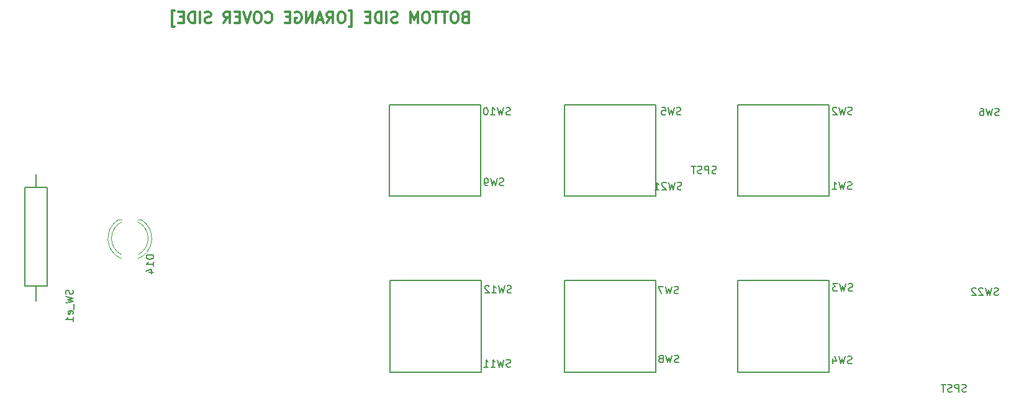
<source format=gbr>
%TF.GenerationSoftware,KiCad,Pcbnew,(5.1.10)-1*%
%TF.CreationDate,2022-09-03T16:46:32+05:30*%
%TF.ProjectId,ENC-nrf-301-02-REV05,454e432d-6e72-4662-9d33-30312d30322d,rev?*%
%TF.SameCoordinates,Original*%
%TF.FileFunction,Legend,Bot*%
%TF.FilePolarity,Positive*%
%FSLAX46Y46*%
G04 Gerber Fmt 4.6, Leading zero omitted, Abs format (unit mm)*
G04 Created by KiCad (PCBNEW (5.1.10)-1) date 2022-09-03 16:46:32*
%MOMM*%
%LPD*%
G01*
G04 APERTURE LIST*
%ADD10C,0.300000*%
%ADD11C,0.150000*%
%ADD12C,0.120000*%
G04 APERTURE END LIST*
D10*
X154500000Y-69892857D02*
X154285714Y-69964285D01*
X154214285Y-70035714D01*
X154142857Y-70178571D01*
X154142857Y-70392857D01*
X154214285Y-70535714D01*
X154285714Y-70607142D01*
X154428571Y-70678571D01*
X155000000Y-70678571D01*
X155000000Y-69178571D01*
X154500000Y-69178571D01*
X154357142Y-69250000D01*
X154285714Y-69321428D01*
X154214285Y-69464285D01*
X154214285Y-69607142D01*
X154285714Y-69750000D01*
X154357142Y-69821428D01*
X154500000Y-69892857D01*
X155000000Y-69892857D01*
X153214285Y-69178571D02*
X152928571Y-69178571D01*
X152785714Y-69250000D01*
X152642857Y-69392857D01*
X152571428Y-69678571D01*
X152571428Y-70178571D01*
X152642857Y-70464285D01*
X152785714Y-70607142D01*
X152928571Y-70678571D01*
X153214285Y-70678571D01*
X153357142Y-70607142D01*
X153500000Y-70464285D01*
X153571428Y-70178571D01*
X153571428Y-69678571D01*
X153500000Y-69392857D01*
X153357142Y-69250000D01*
X153214285Y-69178571D01*
X152142857Y-69178571D02*
X151285714Y-69178571D01*
X151714285Y-70678571D02*
X151714285Y-69178571D01*
X151000000Y-69178571D02*
X150142857Y-69178571D01*
X150571428Y-70678571D02*
X150571428Y-69178571D01*
X149357142Y-69178571D02*
X149071428Y-69178571D01*
X148928571Y-69250000D01*
X148785714Y-69392857D01*
X148714285Y-69678571D01*
X148714285Y-70178571D01*
X148785714Y-70464285D01*
X148928571Y-70607142D01*
X149071428Y-70678571D01*
X149357142Y-70678571D01*
X149500000Y-70607142D01*
X149642857Y-70464285D01*
X149714285Y-70178571D01*
X149714285Y-69678571D01*
X149642857Y-69392857D01*
X149500000Y-69250000D01*
X149357142Y-69178571D01*
X148071428Y-70678571D02*
X148071428Y-69178571D01*
X147571428Y-70250000D01*
X147071428Y-69178571D01*
X147071428Y-70678571D01*
X145285714Y-70607142D02*
X145071428Y-70678571D01*
X144714285Y-70678571D01*
X144571428Y-70607142D01*
X144500000Y-70535714D01*
X144428571Y-70392857D01*
X144428571Y-70250000D01*
X144500000Y-70107142D01*
X144571428Y-70035714D01*
X144714285Y-69964285D01*
X145000000Y-69892857D01*
X145142857Y-69821428D01*
X145214285Y-69750000D01*
X145285714Y-69607142D01*
X145285714Y-69464285D01*
X145214285Y-69321428D01*
X145142857Y-69250000D01*
X145000000Y-69178571D01*
X144642857Y-69178571D01*
X144428571Y-69250000D01*
X143785714Y-70678571D02*
X143785714Y-69178571D01*
X143071428Y-70678571D02*
X143071428Y-69178571D01*
X142714285Y-69178571D01*
X142500000Y-69250000D01*
X142357142Y-69392857D01*
X142285714Y-69535714D01*
X142214285Y-69821428D01*
X142214285Y-70035714D01*
X142285714Y-70321428D01*
X142357142Y-70464285D01*
X142500000Y-70607142D01*
X142714285Y-70678571D01*
X143071428Y-70678571D01*
X141571428Y-69892857D02*
X141071428Y-69892857D01*
X140857142Y-70678571D02*
X141571428Y-70678571D01*
X141571428Y-69178571D01*
X140857142Y-69178571D01*
X138642857Y-71178571D02*
X139000000Y-71178571D01*
X139000000Y-69035714D01*
X138642857Y-69035714D01*
X137785714Y-69178571D02*
X137500000Y-69178571D01*
X137357142Y-69250000D01*
X137214285Y-69392857D01*
X137142857Y-69678571D01*
X137142857Y-70178571D01*
X137214285Y-70464285D01*
X137357142Y-70607142D01*
X137500000Y-70678571D01*
X137785714Y-70678571D01*
X137928571Y-70607142D01*
X138071428Y-70464285D01*
X138142857Y-70178571D01*
X138142857Y-69678571D01*
X138071428Y-69392857D01*
X137928571Y-69250000D01*
X137785714Y-69178571D01*
X135642857Y-70678571D02*
X136142857Y-69964285D01*
X136500000Y-70678571D02*
X136500000Y-69178571D01*
X135928571Y-69178571D01*
X135785714Y-69250000D01*
X135714285Y-69321428D01*
X135642857Y-69464285D01*
X135642857Y-69678571D01*
X135714285Y-69821428D01*
X135785714Y-69892857D01*
X135928571Y-69964285D01*
X136500000Y-69964285D01*
X135071428Y-70250000D02*
X134357142Y-70250000D01*
X135214285Y-70678571D02*
X134714285Y-69178571D01*
X134214285Y-70678571D01*
X133714285Y-70678571D02*
X133714285Y-69178571D01*
X132857142Y-70678571D01*
X132857142Y-69178571D01*
X131357142Y-69250000D02*
X131500000Y-69178571D01*
X131714285Y-69178571D01*
X131928571Y-69250000D01*
X132071428Y-69392857D01*
X132142857Y-69535714D01*
X132214285Y-69821428D01*
X132214285Y-70035714D01*
X132142857Y-70321428D01*
X132071428Y-70464285D01*
X131928571Y-70607142D01*
X131714285Y-70678571D01*
X131571428Y-70678571D01*
X131357142Y-70607142D01*
X131285714Y-70535714D01*
X131285714Y-70035714D01*
X131571428Y-70035714D01*
X130642857Y-69892857D02*
X130142857Y-69892857D01*
X129928571Y-70678571D02*
X130642857Y-70678571D01*
X130642857Y-69178571D01*
X129928571Y-69178571D01*
X127285714Y-70535714D02*
X127357142Y-70607142D01*
X127571428Y-70678571D01*
X127714285Y-70678571D01*
X127928571Y-70607142D01*
X128071428Y-70464285D01*
X128142857Y-70321428D01*
X128214285Y-70035714D01*
X128214285Y-69821428D01*
X128142857Y-69535714D01*
X128071428Y-69392857D01*
X127928571Y-69250000D01*
X127714285Y-69178571D01*
X127571428Y-69178571D01*
X127357142Y-69250000D01*
X127285714Y-69321428D01*
X126357142Y-69178571D02*
X126071428Y-69178571D01*
X125928571Y-69250000D01*
X125785714Y-69392857D01*
X125714285Y-69678571D01*
X125714285Y-70178571D01*
X125785714Y-70464285D01*
X125928571Y-70607142D01*
X126071428Y-70678571D01*
X126357142Y-70678571D01*
X126500000Y-70607142D01*
X126642857Y-70464285D01*
X126714285Y-70178571D01*
X126714285Y-69678571D01*
X126642857Y-69392857D01*
X126500000Y-69250000D01*
X126357142Y-69178571D01*
X125285714Y-69178571D02*
X124785714Y-70678571D01*
X124285714Y-69178571D01*
X123785714Y-69892857D02*
X123285714Y-69892857D01*
X123071428Y-70678571D02*
X123785714Y-70678571D01*
X123785714Y-69178571D01*
X123071428Y-69178571D01*
X121571428Y-70678571D02*
X122071428Y-69964285D01*
X122428571Y-70678571D02*
X122428571Y-69178571D01*
X121857142Y-69178571D01*
X121714285Y-69250000D01*
X121642857Y-69321428D01*
X121571428Y-69464285D01*
X121571428Y-69678571D01*
X121642857Y-69821428D01*
X121714285Y-69892857D01*
X121857142Y-69964285D01*
X122428571Y-69964285D01*
X119857142Y-70607142D02*
X119642857Y-70678571D01*
X119285714Y-70678571D01*
X119142857Y-70607142D01*
X119071428Y-70535714D01*
X119000000Y-70392857D01*
X119000000Y-70250000D01*
X119071428Y-70107142D01*
X119142857Y-70035714D01*
X119285714Y-69964285D01*
X119571428Y-69892857D01*
X119714285Y-69821428D01*
X119785714Y-69750000D01*
X119857142Y-69607142D01*
X119857142Y-69464285D01*
X119785714Y-69321428D01*
X119714285Y-69250000D01*
X119571428Y-69178571D01*
X119214285Y-69178571D01*
X119000000Y-69250000D01*
X118357142Y-70678571D02*
X118357142Y-69178571D01*
X117642857Y-70678571D02*
X117642857Y-69178571D01*
X117285714Y-69178571D01*
X117071428Y-69250000D01*
X116928571Y-69392857D01*
X116857142Y-69535714D01*
X116785714Y-69821428D01*
X116785714Y-70035714D01*
X116857142Y-70321428D01*
X116928571Y-70464285D01*
X117071428Y-70607142D01*
X117285714Y-70678571D01*
X117642857Y-70678571D01*
X116142857Y-69892857D02*
X115642857Y-69892857D01*
X115428571Y-70678571D02*
X116142857Y-70678571D01*
X116142857Y-69178571D01*
X115428571Y-69178571D01*
X114928571Y-71178571D02*
X114571428Y-71178571D01*
X114571428Y-69035714D01*
X114928571Y-69035714D01*
D11*
%TO.C,SW10*%
X150400000Y-81850000D02*
X156650000Y-81850000D01*
X156650000Y-81850000D02*
X156650000Y-94350000D01*
X156650000Y-94350000D02*
X144150000Y-94350000D01*
X144150000Y-94350000D02*
X144150000Y-81850000D01*
X144150000Y-81850000D02*
X150400000Y-81850000D01*
%TO.C,SW11*%
X150500000Y-105850000D02*
X156750000Y-105850000D01*
X156750000Y-105850000D02*
X156750000Y-118350000D01*
X156750000Y-118350000D02*
X144250000Y-118350000D01*
X144250000Y-118350000D02*
X144250000Y-105850000D01*
X144250000Y-105850000D02*
X150500000Y-105850000D01*
%TO.C,SW5*%
X174300000Y-81850000D02*
X180550000Y-81850000D01*
X180550000Y-81850000D02*
X180550000Y-94350000D01*
X180550000Y-94350000D02*
X168050000Y-94350000D01*
X168050000Y-94350000D02*
X168050000Y-81850000D01*
X168050000Y-81850000D02*
X174300000Y-81850000D01*
%TO.C,SW7*%
X174300000Y-105850000D02*
X180550000Y-105850000D01*
X180550000Y-105850000D02*
X180550000Y-118350000D01*
X180550000Y-118350000D02*
X168050000Y-118350000D01*
X168050000Y-118350000D02*
X168050000Y-105850000D01*
X168050000Y-105850000D02*
X174300000Y-105850000D01*
%TO.C,SW2*%
X197900000Y-81850000D02*
X204150000Y-81850000D01*
X204150000Y-81850000D02*
X204150000Y-94350000D01*
X204150000Y-94350000D02*
X191650000Y-94350000D01*
X191650000Y-94350000D02*
X191650000Y-81850000D01*
X191650000Y-81850000D02*
X197900000Y-81850000D01*
%TO.C,SW3*%
X197900000Y-105850000D02*
X204150000Y-105850000D01*
X204150000Y-105850000D02*
X204150000Y-118350000D01*
X204150000Y-118350000D02*
X191650000Y-118350000D01*
X191650000Y-118350000D02*
X191650000Y-105850000D01*
X191650000Y-105850000D02*
X197900000Y-105850000D01*
%TO.C,SW_e1*%
X96000000Y-92600000D02*
X96000000Y-93100000D01*
X97500000Y-106600000D02*
X97500000Y-93100000D01*
X94500000Y-93100000D02*
X94500000Y-106600000D01*
X96000000Y-108600000D02*
X96000000Y-106600000D01*
X96000000Y-92350000D02*
X96000000Y-92600000D01*
X96000000Y-92350000D02*
X96000000Y-91350000D01*
X96000000Y-106600000D02*
X97250000Y-106600000D01*
X97250000Y-106600000D02*
X97500000Y-106600000D01*
X97500000Y-93100000D02*
X94500000Y-93100000D01*
X94500000Y-106600000D02*
X96000000Y-106600000D01*
D12*
%TO.C,D14*%
X107255000Y-97545000D02*
X107720000Y-97545000D01*
X109880000Y-97545000D02*
X110345000Y-97545000D01*
X107719173Y-102892815D02*
G75*
G02*
X107255170Y-97545000I1080827J2787815D01*
G01*
X109880827Y-102892815D02*
G75*
G03*
X110344830Y-97545000I-1080827J2787815D01*
G01*
X107719571Y-102359479D02*
G75*
G02*
X107720000Y-97850316I1080429J2254479D01*
G01*
X109880429Y-102359479D02*
G75*
G03*
X109880000Y-97850316I-1080429J2254479D01*
G01*
%TO.C,SW12*%
D11*
X160809523Y-107504761D02*
X160666666Y-107552380D01*
X160428571Y-107552380D01*
X160333333Y-107504761D01*
X160285714Y-107457142D01*
X160238095Y-107361904D01*
X160238095Y-107266666D01*
X160285714Y-107171428D01*
X160333333Y-107123809D01*
X160428571Y-107076190D01*
X160619047Y-107028571D01*
X160714285Y-106980952D01*
X160761904Y-106933333D01*
X160809523Y-106838095D01*
X160809523Y-106742857D01*
X160761904Y-106647619D01*
X160714285Y-106600000D01*
X160619047Y-106552380D01*
X160380952Y-106552380D01*
X160238095Y-106600000D01*
X159904761Y-106552380D02*
X159666666Y-107552380D01*
X159476190Y-106838095D01*
X159285714Y-107552380D01*
X159047619Y-106552380D01*
X158142857Y-107552380D02*
X158714285Y-107552380D01*
X158428571Y-107552380D02*
X158428571Y-106552380D01*
X158523809Y-106695238D01*
X158619047Y-106790476D01*
X158714285Y-106838095D01*
X157761904Y-106647619D02*
X157714285Y-106600000D01*
X157619047Y-106552380D01*
X157380952Y-106552380D01*
X157285714Y-106600000D01*
X157238095Y-106647619D01*
X157190476Y-106742857D01*
X157190476Y-106838095D01*
X157238095Y-106980952D01*
X157809523Y-107552380D01*
X157190476Y-107552380D01*
%TO.C,SW9*%
X159783333Y-92854761D02*
X159640476Y-92902380D01*
X159402380Y-92902380D01*
X159307142Y-92854761D01*
X159259523Y-92807142D01*
X159211904Y-92711904D01*
X159211904Y-92616666D01*
X159259523Y-92521428D01*
X159307142Y-92473809D01*
X159402380Y-92426190D01*
X159592857Y-92378571D01*
X159688095Y-92330952D01*
X159735714Y-92283333D01*
X159783333Y-92188095D01*
X159783333Y-92092857D01*
X159735714Y-91997619D01*
X159688095Y-91950000D01*
X159592857Y-91902380D01*
X159354761Y-91902380D01*
X159211904Y-91950000D01*
X158878571Y-91902380D02*
X158640476Y-92902380D01*
X158450000Y-92188095D01*
X158259523Y-92902380D01*
X158021428Y-91902380D01*
X157592857Y-92902380D02*
X157402380Y-92902380D01*
X157307142Y-92854761D01*
X157259523Y-92807142D01*
X157164285Y-92664285D01*
X157116666Y-92473809D01*
X157116666Y-92092857D01*
X157164285Y-91997619D01*
X157211904Y-91950000D01*
X157307142Y-91902380D01*
X157497619Y-91902380D01*
X157592857Y-91950000D01*
X157640476Y-91997619D01*
X157688095Y-92092857D01*
X157688095Y-92330952D01*
X157640476Y-92426190D01*
X157592857Y-92473809D01*
X157497619Y-92521428D01*
X157307142Y-92521428D01*
X157211904Y-92473809D01*
X157164285Y-92426190D01*
X157116666Y-92330952D01*
%TO.C,SW8*%
X183633333Y-117004761D02*
X183490476Y-117052380D01*
X183252380Y-117052380D01*
X183157142Y-117004761D01*
X183109523Y-116957142D01*
X183061904Y-116861904D01*
X183061904Y-116766666D01*
X183109523Y-116671428D01*
X183157142Y-116623809D01*
X183252380Y-116576190D01*
X183442857Y-116528571D01*
X183538095Y-116480952D01*
X183585714Y-116433333D01*
X183633333Y-116338095D01*
X183633333Y-116242857D01*
X183585714Y-116147619D01*
X183538095Y-116100000D01*
X183442857Y-116052380D01*
X183204761Y-116052380D01*
X183061904Y-116100000D01*
X182728571Y-116052380D02*
X182490476Y-117052380D01*
X182300000Y-116338095D01*
X182109523Y-117052380D01*
X181871428Y-116052380D01*
X181347619Y-116480952D02*
X181442857Y-116433333D01*
X181490476Y-116385714D01*
X181538095Y-116290476D01*
X181538095Y-116242857D01*
X181490476Y-116147619D01*
X181442857Y-116100000D01*
X181347619Y-116052380D01*
X181157142Y-116052380D01*
X181061904Y-116100000D01*
X181014285Y-116147619D01*
X180966666Y-116242857D01*
X180966666Y-116290476D01*
X181014285Y-116385714D01*
X181061904Y-116433333D01*
X181157142Y-116480952D01*
X181347619Y-116480952D01*
X181442857Y-116528571D01*
X181490476Y-116576190D01*
X181538095Y-116671428D01*
X181538095Y-116861904D01*
X181490476Y-116957142D01*
X181442857Y-117004761D01*
X181347619Y-117052380D01*
X181157142Y-117052380D01*
X181061904Y-117004761D01*
X181014285Y-116957142D01*
X180966666Y-116861904D01*
X180966666Y-116671428D01*
X181014285Y-116576190D01*
X181061904Y-116528571D01*
X181157142Y-116480952D01*
%TO.C,SW21*%
X184009523Y-93404761D02*
X183866666Y-93452380D01*
X183628571Y-93452380D01*
X183533333Y-93404761D01*
X183485714Y-93357142D01*
X183438095Y-93261904D01*
X183438095Y-93166666D01*
X183485714Y-93071428D01*
X183533333Y-93023809D01*
X183628571Y-92976190D01*
X183819047Y-92928571D01*
X183914285Y-92880952D01*
X183961904Y-92833333D01*
X184009523Y-92738095D01*
X184009523Y-92642857D01*
X183961904Y-92547619D01*
X183914285Y-92500000D01*
X183819047Y-92452380D01*
X183580952Y-92452380D01*
X183438095Y-92500000D01*
X183104761Y-92452380D02*
X182866666Y-93452380D01*
X182676190Y-92738095D01*
X182485714Y-93452380D01*
X182247619Y-92452380D01*
X181914285Y-92547619D02*
X181866666Y-92500000D01*
X181771428Y-92452380D01*
X181533333Y-92452380D01*
X181438095Y-92500000D01*
X181390476Y-92547619D01*
X181342857Y-92642857D01*
X181342857Y-92738095D01*
X181390476Y-92880952D01*
X181961904Y-93452380D01*
X181342857Y-93452380D01*
X180390476Y-93452380D02*
X180961904Y-93452380D01*
X180676190Y-93452380D02*
X180676190Y-92452380D01*
X180771428Y-92595238D01*
X180866666Y-92690476D01*
X180961904Y-92738095D01*
X188742857Y-91204761D02*
X188600000Y-91252380D01*
X188361904Y-91252380D01*
X188266666Y-91204761D01*
X188219047Y-91157142D01*
X188171428Y-91061904D01*
X188171428Y-90966666D01*
X188219047Y-90871428D01*
X188266666Y-90823809D01*
X188361904Y-90776190D01*
X188552380Y-90728571D01*
X188647619Y-90680952D01*
X188695238Y-90633333D01*
X188742857Y-90538095D01*
X188742857Y-90442857D01*
X188695238Y-90347619D01*
X188647619Y-90300000D01*
X188552380Y-90252380D01*
X188314285Y-90252380D01*
X188171428Y-90300000D01*
X187742857Y-91252380D02*
X187742857Y-90252380D01*
X187361904Y-90252380D01*
X187266666Y-90300000D01*
X187219047Y-90347619D01*
X187171428Y-90442857D01*
X187171428Y-90585714D01*
X187219047Y-90680952D01*
X187266666Y-90728571D01*
X187361904Y-90776190D01*
X187742857Y-90776190D01*
X186790476Y-91204761D02*
X186647619Y-91252380D01*
X186409523Y-91252380D01*
X186314285Y-91204761D01*
X186266666Y-91157142D01*
X186219047Y-91061904D01*
X186219047Y-90966666D01*
X186266666Y-90871428D01*
X186314285Y-90823809D01*
X186409523Y-90776190D01*
X186600000Y-90728571D01*
X186695238Y-90680952D01*
X186742857Y-90633333D01*
X186790476Y-90538095D01*
X186790476Y-90442857D01*
X186742857Y-90347619D01*
X186695238Y-90300000D01*
X186600000Y-90252380D01*
X186361904Y-90252380D01*
X186219047Y-90300000D01*
X185933333Y-90252380D02*
X185361904Y-90252380D01*
X185647619Y-91252380D02*
X185647619Y-90252380D01*
%TO.C,SW1*%
X207233333Y-93354761D02*
X207090476Y-93402380D01*
X206852380Y-93402380D01*
X206757142Y-93354761D01*
X206709523Y-93307142D01*
X206661904Y-93211904D01*
X206661904Y-93116666D01*
X206709523Y-93021428D01*
X206757142Y-92973809D01*
X206852380Y-92926190D01*
X207042857Y-92878571D01*
X207138095Y-92830952D01*
X207185714Y-92783333D01*
X207233333Y-92688095D01*
X207233333Y-92592857D01*
X207185714Y-92497619D01*
X207138095Y-92450000D01*
X207042857Y-92402380D01*
X206804761Y-92402380D01*
X206661904Y-92450000D01*
X206328571Y-92402380D02*
X206090476Y-93402380D01*
X205900000Y-92688095D01*
X205709523Y-93402380D01*
X205471428Y-92402380D01*
X204566666Y-93402380D02*
X205138095Y-93402380D01*
X204852380Y-93402380D02*
X204852380Y-92402380D01*
X204947619Y-92545238D01*
X205042857Y-92640476D01*
X205138095Y-92688095D01*
%TO.C,SW4*%
X207233333Y-117154761D02*
X207090476Y-117202380D01*
X206852380Y-117202380D01*
X206757142Y-117154761D01*
X206709523Y-117107142D01*
X206661904Y-117011904D01*
X206661904Y-116916666D01*
X206709523Y-116821428D01*
X206757142Y-116773809D01*
X206852380Y-116726190D01*
X207042857Y-116678571D01*
X207138095Y-116630952D01*
X207185714Y-116583333D01*
X207233333Y-116488095D01*
X207233333Y-116392857D01*
X207185714Y-116297619D01*
X207138095Y-116250000D01*
X207042857Y-116202380D01*
X206804761Y-116202380D01*
X206661904Y-116250000D01*
X206328571Y-116202380D02*
X206090476Y-117202380D01*
X205900000Y-116488095D01*
X205709523Y-117202380D01*
X205471428Y-116202380D01*
X204661904Y-116535714D02*
X204661904Y-117202380D01*
X204900000Y-116154761D02*
X205138095Y-116869047D01*
X204519047Y-116869047D01*
%TO.C,SW22*%
X227209523Y-107804761D02*
X227066666Y-107852380D01*
X226828571Y-107852380D01*
X226733333Y-107804761D01*
X226685714Y-107757142D01*
X226638095Y-107661904D01*
X226638095Y-107566666D01*
X226685714Y-107471428D01*
X226733333Y-107423809D01*
X226828571Y-107376190D01*
X227019047Y-107328571D01*
X227114285Y-107280952D01*
X227161904Y-107233333D01*
X227209523Y-107138095D01*
X227209523Y-107042857D01*
X227161904Y-106947619D01*
X227114285Y-106900000D01*
X227019047Y-106852380D01*
X226780952Y-106852380D01*
X226638095Y-106900000D01*
X226304761Y-106852380D02*
X226066666Y-107852380D01*
X225876190Y-107138095D01*
X225685714Y-107852380D01*
X225447619Y-106852380D01*
X225114285Y-106947619D02*
X225066666Y-106900000D01*
X224971428Y-106852380D01*
X224733333Y-106852380D01*
X224638095Y-106900000D01*
X224590476Y-106947619D01*
X224542857Y-107042857D01*
X224542857Y-107138095D01*
X224590476Y-107280952D01*
X225161904Y-107852380D01*
X224542857Y-107852380D01*
X224161904Y-106947619D02*
X224114285Y-106900000D01*
X224019047Y-106852380D01*
X223780952Y-106852380D01*
X223685714Y-106900000D01*
X223638095Y-106947619D01*
X223590476Y-107042857D01*
X223590476Y-107138095D01*
X223638095Y-107280952D01*
X224209523Y-107852380D01*
X223590476Y-107852380D01*
X222842857Y-121004761D02*
X222700000Y-121052380D01*
X222461904Y-121052380D01*
X222366666Y-121004761D01*
X222319047Y-120957142D01*
X222271428Y-120861904D01*
X222271428Y-120766666D01*
X222319047Y-120671428D01*
X222366666Y-120623809D01*
X222461904Y-120576190D01*
X222652380Y-120528571D01*
X222747619Y-120480952D01*
X222795238Y-120433333D01*
X222842857Y-120338095D01*
X222842857Y-120242857D01*
X222795238Y-120147619D01*
X222747619Y-120100000D01*
X222652380Y-120052380D01*
X222414285Y-120052380D01*
X222271428Y-120100000D01*
X221842857Y-121052380D02*
X221842857Y-120052380D01*
X221461904Y-120052380D01*
X221366666Y-120100000D01*
X221319047Y-120147619D01*
X221271428Y-120242857D01*
X221271428Y-120385714D01*
X221319047Y-120480952D01*
X221366666Y-120528571D01*
X221461904Y-120576190D01*
X221842857Y-120576190D01*
X220890476Y-121004761D02*
X220747619Y-121052380D01*
X220509523Y-121052380D01*
X220414285Y-121004761D01*
X220366666Y-120957142D01*
X220319047Y-120861904D01*
X220319047Y-120766666D01*
X220366666Y-120671428D01*
X220414285Y-120623809D01*
X220509523Y-120576190D01*
X220700000Y-120528571D01*
X220795238Y-120480952D01*
X220842857Y-120433333D01*
X220890476Y-120338095D01*
X220890476Y-120242857D01*
X220842857Y-120147619D01*
X220795238Y-120100000D01*
X220700000Y-120052380D01*
X220461904Y-120052380D01*
X220319047Y-120100000D01*
X220033333Y-120052380D02*
X219461904Y-120052380D01*
X219747619Y-121052380D02*
X219747619Y-120052380D01*
%TO.C,SW6*%
X227333333Y-83304761D02*
X227190476Y-83352380D01*
X226952380Y-83352380D01*
X226857142Y-83304761D01*
X226809523Y-83257142D01*
X226761904Y-83161904D01*
X226761904Y-83066666D01*
X226809523Y-82971428D01*
X226857142Y-82923809D01*
X226952380Y-82876190D01*
X227142857Y-82828571D01*
X227238095Y-82780952D01*
X227285714Y-82733333D01*
X227333333Y-82638095D01*
X227333333Y-82542857D01*
X227285714Y-82447619D01*
X227238095Y-82400000D01*
X227142857Y-82352380D01*
X226904761Y-82352380D01*
X226761904Y-82400000D01*
X226428571Y-82352380D02*
X226190476Y-83352380D01*
X226000000Y-82638095D01*
X225809523Y-83352380D01*
X225571428Y-82352380D01*
X224761904Y-82352380D02*
X224952380Y-82352380D01*
X225047619Y-82400000D01*
X225095238Y-82447619D01*
X225190476Y-82590476D01*
X225238095Y-82780952D01*
X225238095Y-83161904D01*
X225190476Y-83257142D01*
X225142857Y-83304761D01*
X225047619Y-83352380D01*
X224857142Y-83352380D01*
X224761904Y-83304761D01*
X224714285Y-83257142D01*
X224666666Y-83161904D01*
X224666666Y-82923809D01*
X224714285Y-82828571D01*
X224761904Y-82780952D01*
X224857142Y-82733333D01*
X225047619Y-82733333D01*
X225142857Y-82780952D01*
X225190476Y-82828571D01*
X225238095Y-82923809D01*
%TO.C,SW10*%
X160659523Y-83204761D02*
X160516666Y-83252380D01*
X160278571Y-83252380D01*
X160183333Y-83204761D01*
X160135714Y-83157142D01*
X160088095Y-83061904D01*
X160088095Y-82966666D01*
X160135714Y-82871428D01*
X160183333Y-82823809D01*
X160278571Y-82776190D01*
X160469047Y-82728571D01*
X160564285Y-82680952D01*
X160611904Y-82633333D01*
X160659523Y-82538095D01*
X160659523Y-82442857D01*
X160611904Y-82347619D01*
X160564285Y-82300000D01*
X160469047Y-82252380D01*
X160230952Y-82252380D01*
X160088095Y-82300000D01*
X159754761Y-82252380D02*
X159516666Y-83252380D01*
X159326190Y-82538095D01*
X159135714Y-83252380D01*
X158897619Y-82252380D01*
X157992857Y-83252380D02*
X158564285Y-83252380D01*
X158278571Y-83252380D02*
X158278571Y-82252380D01*
X158373809Y-82395238D01*
X158469047Y-82490476D01*
X158564285Y-82538095D01*
X157373809Y-82252380D02*
X157278571Y-82252380D01*
X157183333Y-82300000D01*
X157135714Y-82347619D01*
X157088095Y-82442857D01*
X157040476Y-82633333D01*
X157040476Y-82871428D01*
X157088095Y-83061904D01*
X157135714Y-83157142D01*
X157183333Y-83204761D01*
X157278571Y-83252380D01*
X157373809Y-83252380D01*
X157469047Y-83204761D01*
X157516666Y-83157142D01*
X157564285Y-83061904D01*
X157611904Y-82871428D01*
X157611904Y-82633333D01*
X157564285Y-82442857D01*
X157516666Y-82347619D01*
X157469047Y-82300000D01*
X157373809Y-82252380D01*
%TO.C,SW11*%
X160709523Y-117604761D02*
X160566666Y-117652380D01*
X160328571Y-117652380D01*
X160233333Y-117604761D01*
X160185714Y-117557142D01*
X160138095Y-117461904D01*
X160138095Y-117366666D01*
X160185714Y-117271428D01*
X160233333Y-117223809D01*
X160328571Y-117176190D01*
X160519047Y-117128571D01*
X160614285Y-117080952D01*
X160661904Y-117033333D01*
X160709523Y-116938095D01*
X160709523Y-116842857D01*
X160661904Y-116747619D01*
X160614285Y-116700000D01*
X160519047Y-116652380D01*
X160280952Y-116652380D01*
X160138095Y-116700000D01*
X159804761Y-116652380D02*
X159566666Y-117652380D01*
X159376190Y-116938095D01*
X159185714Y-117652380D01*
X158947619Y-116652380D01*
X158042857Y-117652380D02*
X158614285Y-117652380D01*
X158328571Y-117652380D02*
X158328571Y-116652380D01*
X158423809Y-116795238D01*
X158519047Y-116890476D01*
X158614285Y-116938095D01*
X157090476Y-117652380D02*
X157661904Y-117652380D01*
X157376190Y-117652380D02*
X157376190Y-116652380D01*
X157471428Y-116795238D01*
X157566666Y-116890476D01*
X157661904Y-116938095D01*
%TO.C,SW5*%
X183933333Y-83204761D02*
X183790476Y-83252380D01*
X183552380Y-83252380D01*
X183457142Y-83204761D01*
X183409523Y-83157142D01*
X183361904Y-83061904D01*
X183361904Y-82966666D01*
X183409523Y-82871428D01*
X183457142Y-82823809D01*
X183552380Y-82776190D01*
X183742857Y-82728571D01*
X183838095Y-82680952D01*
X183885714Y-82633333D01*
X183933333Y-82538095D01*
X183933333Y-82442857D01*
X183885714Y-82347619D01*
X183838095Y-82300000D01*
X183742857Y-82252380D01*
X183504761Y-82252380D01*
X183361904Y-82300000D01*
X183028571Y-82252380D02*
X182790476Y-83252380D01*
X182600000Y-82538095D01*
X182409523Y-83252380D01*
X182171428Y-82252380D01*
X181314285Y-82252380D02*
X181790476Y-82252380D01*
X181838095Y-82728571D01*
X181790476Y-82680952D01*
X181695238Y-82633333D01*
X181457142Y-82633333D01*
X181361904Y-82680952D01*
X181314285Y-82728571D01*
X181266666Y-82823809D01*
X181266666Y-83061904D01*
X181314285Y-83157142D01*
X181361904Y-83204761D01*
X181457142Y-83252380D01*
X181695238Y-83252380D01*
X181790476Y-83204761D01*
X181838095Y-83157142D01*
%TO.C,SW7*%
X183583333Y-107604761D02*
X183440476Y-107652380D01*
X183202380Y-107652380D01*
X183107142Y-107604761D01*
X183059523Y-107557142D01*
X183011904Y-107461904D01*
X183011904Y-107366666D01*
X183059523Y-107271428D01*
X183107142Y-107223809D01*
X183202380Y-107176190D01*
X183392857Y-107128571D01*
X183488095Y-107080952D01*
X183535714Y-107033333D01*
X183583333Y-106938095D01*
X183583333Y-106842857D01*
X183535714Y-106747619D01*
X183488095Y-106700000D01*
X183392857Y-106652380D01*
X183154761Y-106652380D01*
X183011904Y-106700000D01*
X182678571Y-106652380D02*
X182440476Y-107652380D01*
X182250000Y-106938095D01*
X182059523Y-107652380D01*
X181821428Y-106652380D01*
X181535714Y-106652380D02*
X180869047Y-106652380D01*
X181297619Y-107652380D01*
%TO.C,SW2*%
X207283333Y-83154761D02*
X207140476Y-83202380D01*
X206902380Y-83202380D01*
X206807142Y-83154761D01*
X206759523Y-83107142D01*
X206711904Y-83011904D01*
X206711904Y-82916666D01*
X206759523Y-82821428D01*
X206807142Y-82773809D01*
X206902380Y-82726190D01*
X207092857Y-82678571D01*
X207188095Y-82630952D01*
X207235714Y-82583333D01*
X207283333Y-82488095D01*
X207283333Y-82392857D01*
X207235714Y-82297619D01*
X207188095Y-82250000D01*
X207092857Y-82202380D01*
X206854761Y-82202380D01*
X206711904Y-82250000D01*
X206378571Y-82202380D02*
X206140476Y-83202380D01*
X205950000Y-82488095D01*
X205759523Y-83202380D01*
X205521428Y-82202380D01*
X205188095Y-82297619D02*
X205140476Y-82250000D01*
X205045238Y-82202380D01*
X204807142Y-82202380D01*
X204711904Y-82250000D01*
X204664285Y-82297619D01*
X204616666Y-82392857D01*
X204616666Y-82488095D01*
X204664285Y-82630952D01*
X205235714Y-83202380D01*
X204616666Y-83202380D01*
%TO.C,SW3*%
X207333333Y-107254761D02*
X207190476Y-107302380D01*
X206952380Y-107302380D01*
X206857142Y-107254761D01*
X206809523Y-107207142D01*
X206761904Y-107111904D01*
X206761904Y-107016666D01*
X206809523Y-106921428D01*
X206857142Y-106873809D01*
X206952380Y-106826190D01*
X207142857Y-106778571D01*
X207238095Y-106730952D01*
X207285714Y-106683333D01*
X207333333Y-106588095D01*
X207333333Y-106492857D01*
X207285714Y-106397619D01*
X207238095Y-106350000D01*
X207142857Y-106302380D01*
X206904761Y-106302380D01*
X206761904Y-106350000D01*
X206428571Y-106302380D02*
X206190476Y-107302380D01*
X206000000Y-106588095D01*
X205809523Y-107302380D01*
X205571428Y-106302380D01*
X205285714Y-106302380D02*
X204666666Y-106302380D01*
X205000000Y-106683333D01*
X204857142Y-106683333D01*
X204761904Y-106730952D01*
X204714285Y-106778571D01*
X204666666Y-106873809D01*
X204666666Y-107111904D01*
X204714285Y-107207142D01*
X204761904Y-107254761D01*
X204857142Y-107302380D01*
X205142857Y-107302380D01*
X205238095Y-107254761D01*
X205285714Y-107207142D01*
%TO.C,SW_e1*%
X101004761Y-107157142D02*
X101052380Y-107300000D01*
X101052380Y-107538095D01*
X101004761Y-107633333D01*
X100957142Y-107680952D01*
X100861904Y-107728571D01*
X100766666Y-107728571D01*
X100671428Y-107680952D01*
X100623809Y-107633333D01*
X100576190Y-107538095D01*
X100528571Y-107347619D01*
X100480952Y-107252380D01*
X100433333Y-107204761D01*
X100338095Y-107157142D01*
X100242857Y-107157142D01*
X100147619Y-107204761D01*
X100100000Y-107252380D01*
X100052380Y-107347619D01*
X100052380Y-107585714D01*
X100100000Y-107728571D01*
X100052380Y-108061904D02*
X101052380Y-108300000D01*
X100338095Y-108490476D01*
X101052380Y-108680952D01*
X100052380Y-108919047D01*
X101147619Y-109061904D02*
X101147619Y-109823809D01*
X101004761Y-110442857D02*
X101052380Y-110347619D01*
X101052380Y-110157142D01*
X101004761Y-110061904D01*
X100909523Y-110014285D01*
X100528571Y-110014285D01*
X100433333Y-110061904D01*
X100385714Y-110157142D01*
X100385714Y-110347619D01*
X100433333Y-110442857D01*
X100528571Y-110490476D01*
X100623809Y-110490476D01*
X100719047Y-110014285D01*
X101052380Y-111442857D02*
X101052380Y-110871428D01*
X101052380Y-111157142D02*
X100052380Y-111157142D01*
X100195238Y-111061904D01*
X100290476Y-110966666D01*
X100338095Y-110871428D01*
%TO.C,D14*%
X112052380Y-102385714D02*
X111052380Y-102385714D01*
X111052380Y-102623809D01*
X111100000Y-102766666D01*
X111195238Y-102861904D01*
X111290476Y-102909523D01*
X111480952Y-102957142D01*
X111623809Y-102957142D01*
X111814285Y-102909523D01*
X111909523Y-102861904D01*
X112004761Y-102766666D01*
X112052380Y-102623809D01*
X112052380Y-102385714D01*
X112052380Y-103909523D02*
X112052380Y-103338095D01*
X112052380Y-103623809D02*
X111052380Y-103623809D01*
X111195238Y-103528571D01*
X111290476Y-103433333D01*
X111338095Y-103338095D01*
X111385714Y-104766666D02*
X112052380Y-104766666D01*
X111004761Y-104528571D02*
X111719047Y-104290476D01*
X111719047Y-104909523D01*
%TD*%
M02*

</source>
